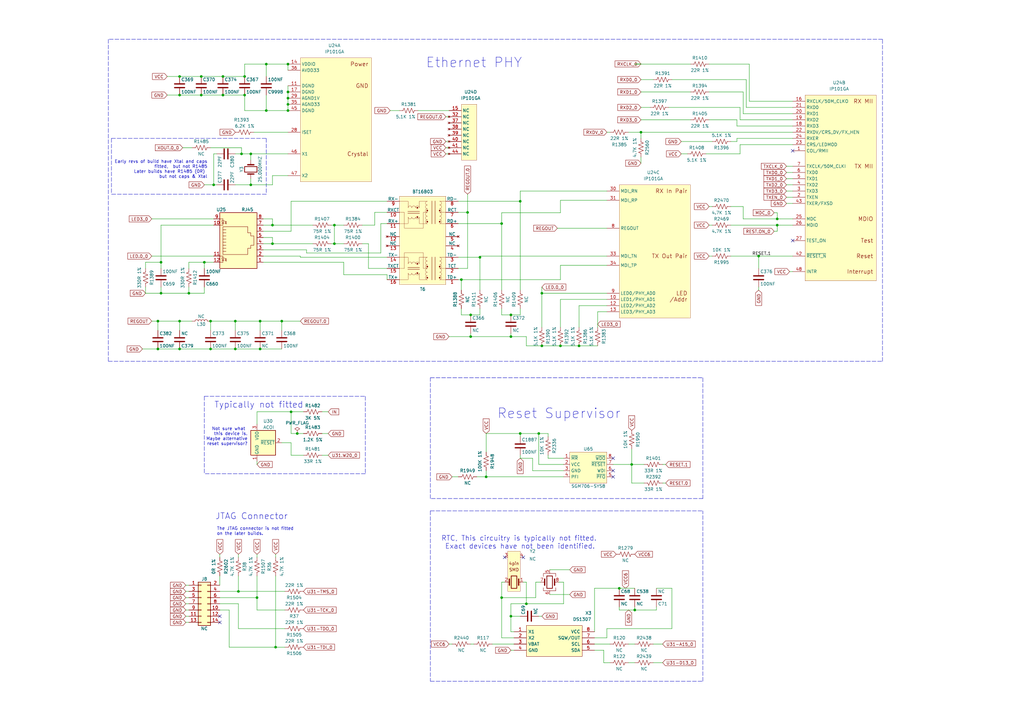
<source format=kicad_sch>
(kicad_sch (version 20210126) (generator eeschema)
  (paper "A3")
  (title_block (title "EBAZ4205 Schematic rebuild.") (date "2021-02-15") (rev "V004") (comment 1 "Some schematic symbols have been eeditted to clear DRC errors") (comment 2 "Extra PWR_FLAGS have been added to clear DRC errors") (comment 3 "Kicad does not allow refs like RxxxA some some devices have been renumbered"))
  (junction (at 64.77 131.699) (diameter 0.9144))
  (junction (at 64.77 143.129) (diameter 0.9144))
  (junction (at 66.04 107.569) (diameter 0.9144))
  (junction (at 66.04 120.269) (diameter 0.9144))
  (junction (at 73.66 31.369) (diameter 0.9144))
  (junction (at 73.66 38.989) (diameter 0.9144))
  (junction (at 73.66 131.699) (diameter 0.9144))
  (junction (at 73.66 143.129) (diameter 0.9144))
  (junction (at 77.47 120.269) (diameter 0.9144))
  (junction (at 82.55 31.369) (diameter 0.9144))
  (junction (at 82.55 38.989) (diameter 0.9144))
  (junction (at 83.82 107.569) (diameter 0.9144))
  (junction (at 86.36 131.699) (diameter 0.9144))
  (junction (at 86.36 143.129) (diameter 0.9144))
  (junction (at 87.63 75.819) (diameter 0.9144))
  (junction (at 91.44 31.369) (diameter 0.9144))
  (junction (at 91.44 38.989) (diameter 0.9144))
  (junction (at 96.52 131.699) (diameter 0.9144))
  (junction (at 96.52 143.129) (diameter 0.9144))
  (junction (at 97.79 242.57) (diameter 0.9144))
  (junction (at 99.06 63.119) (diameter 0.9144))
  (junction (at 100.33 31.369) (diameter 0.9144))
  (junction (at 100.33 38.989) (diameter 0.9144))
  (junction (at 102.87 63.119) (diameter 0.9144))
  (junction (at 102.87 75.819) (diameter 0.9144))
  (junction (at 105.41 245.11) (diameter 0.9144))
  (junction (at 106.68 131.699) (diameter 0.9144))
  (junction (at 106.68 143.129) (diameter 0.9144))
  (junction (at 109.22 26.289) (diameter 0.9144))
  (junction (at 109.22 45.339) (diameter 0.9144))
  (junction (at 111.76 92.329) (diameter 0.9144))
  (junction (at 111.76 99.949) (diameter 0.9144))
  (junction (at 113.03 265.43) (diameter 0.9144))
  (junction (at 115.57 131.699) (diameter 0.9144))
  (junction (at 118.11 26.289) (diameter 0.9144))
  (junction (at 118.11 37.719) (diameter 0.9144))
  (junction (at 118.11 40.259) (diameter 0.9144))
  (junction (at 118.11 42.799) (diameter 0.9144))
  (junction (at 118.11 45.339) (diameter 0.9144))
  (junction (at 119.38 168.91) (diameter 0.9144))
  (junction (at 121.92 177.8) (diameter 0.9144))
  (junction (at 137.16 92.329) (diameter 0.9144))
  (junction (at 137.16 99.949) (diameter 0.9144))
  (junction (at 189.23 114.681) (diameter 0.9144))
  (junction (at 191.77 87.122) (diameter 0.9144))
  (junction (at 193.04 129.159) (diameter 0.9144))
  (junction (at 193.04 138.049) (diameter 0.9144))
  (junction (at 196.85 105.537) (diameter 0.9144))
  (junction (at 199.39 195.58) (diameter 0.9144))
  (junction (at 205.74 91.694) (diameter 0.9144))
  (junction (at 205.74 245.11) (diameter 0.9144))
  (junction (at 209.55 129.159) (diameter 0.9144))
  (junction (at 209.55 138.049) (diameter 0.9144))
  (junction (at 209.55 252.73) (diameter 0.9144))
  (junction (at 213.36 82.55) (diameter 0.9144))
  (junction (at 213.36 177.8) (diameter 0.9144))
  (junction (at 215.9 247.65) (diameter 0.9144))
  (junction (at 220.98 177.8) (diameter 0.9144))
  (junction (at 222.25 120.269) (diameter 0.9144))
  (junction (at 222.25 141.859) (diameter 0.9144))
  (junction (at 229.87 141.859) (diameter 0.9144))
  (junction (at 237.49 141.859) (diameter 0.9144))
  (junction (at 254 241.3) (diameter 0.9144))
  (junction (at 259.08 190.5) (diameter 0.9144))
  (junction (at 260.35 250.19) (diameter 0.9144))
  (junction (at 262.89 54.229) (diameter 0.9144))
  (junction (at 311.15 105.029) (diameter 0.9144))
  (junction (at 318.77 89.789) (diameter 0.9144))
  (junction (at 318.77 92.329) (diameter 0.9144))
  (no_connect (at 90.17 252.73))
  (no_connect (at 90.17 255.27))
  (no_connect (at 207.01 228.6))
  (no_connect (at 214.63 228.6))
  (no_connect (at 251.46 187.96))
  (no_connect (at 251.46 193.04))
  (no_connect (at 251.46 195.58))
  (no_connect (at 325.12 61.849))
  (no_connect (at 325.12 98.679))
  (wire (pts (xy 58.42 143.129) (xy 64.77 143.129)))
  (wire (pts (xy 59.69 107.569) (xy 66.04 107.569)))
  (wire (pts (xy 59.69 110.109) (xy 59.69 107.569)))
  (wire (pts (xy 59.69 117.729) (xy 59.69 120.269)))
  (wire (pts (xy 59.69 120.269) (xy 66.04 120.269)))
  (wire (pts (xy 62.23 89.789) (xy 87.63 89.789)))
  (wire (pts (xy 62.23 105.029) (xy 87.63 105.029)))
  (wire (pts (xy 62.23 131.699) (xy 64.77 131.699)))
  (wire (pts (xy 64.77 131.699) (xy 64.77 135.509)))
  (wire (pts (xy 64.77 131.699) (xy 73.66 131.699)))
  (wire (pts (xy 64.77 143.129) (xy 73.66 143.129)))
  (wire (pts (xy 66.04 92.329) (xy 66.04 107.569)))
  (wire (pts (xy 66.04 107.569) (xy 66.04 110.109)))
  (wire (pts (xy 66.04 117.729) (xy 66.04 120.269)))
  (wire (pts (xy 66.04 120.269) (xy 77.47 120.269)))
  (wire (pts (xy 68.58 31.369) (xy 73.66 31.369)))
  (wire (pts (xy 73.66 38.989) (xy 68.58 38.989)))
  (wire (pts (xy 73.66 131.699) (xy 73.66 135.509)))
  (wire (pts (xy 73.66 131.699) (xy 78.74 131.699)))
  (wire (pts (xy 74.93 60.579) (xy 78.74 60.579)))
  (wire (pts (xy 76.2 240.03) (xy 77.47 240.03)))
  (wire (pts (xy 76.2 242.57) (xy 77.47 242.57)))
  (wire (pts (xy 76.2 245.11) (xy 77.47 245.11)))
  (wire (pts (xy 76.2 247.65) (xy 77.47 247.65)))
  (wire (pts (xy 76.2 250.19) (xy 77.47 250.19)))
  (wire (pts (xy 76.2 252.73) (xy 77.47 252.73)))
  (wire (pts (xy 76.2 255.27) (xy 77.47 255.27)))
  (wire (pts (xy 77.47 107.569) (xy 77.47 110.109)))
  (wire (pts (xy 77.47 117.729) (xy 77.47 120.269)))
  (wire (pts (xy 77.47 120.269) (xy 83.82 120.269)))
  (wire (pts (xy 82.55 31.369) (xy 73.66 31.369)))
  (wire (pts (xy 82.55 31.369) (xy 91.44 31.369)))
  (wire (pts (xy 82.55 38.989) (xy 73.66 38.989)))
  (wire (pts (xy 83.82 107.569) (xy 77.47 107.569)))
  (wire (pts (xy 83.82 107.569) (xy 83.82 110.109)))
  (wire (pts (xy 83.82 117.729) (xy 83.82 120.269)))
  (wire (pts (xy 86.36 60.579) (xy 99.06 60.579)))
  (wire (pts (xy 86.36 131.699) (xy 96.52 131.699)))
  (wire (pts (xy 86.36 135.509) (xy 86.36 131.699)))
  (wire (pts (xy 86.36 143.129) (xy 73.66 143.129)))
  (wire (pts (xy 87.63 63.119) (xy 87.63 75.819)))
  (wire (pts (xy 87.63 75.819) (xy 83.82 75.819)))
  (wire (pts (xy 87.63 75.819) (xy 88.9 75.819)))
  (wire (pts (xy 87.63 92.329) (xy 66.04 92.329)))
  (wire (pts (xy 87.63 107.569) (xy 83.82 107.569)))
  (wire (pts (xy 88.9 63.119) (xy 87.63 63.119)))
  (wire (pts (xy 90.17 227.33) (xy 90.17 228.6)))
  (wire (pts (xy 90.17 240.03) (xy 90.17 236.22)))
  (wire (pts (xy 90.17 242.57) (xy 97.79 242.57)))
  (wire (pts (xy 90.17 245.11) (xy 105.41 245.11)))
  (wire (pts (xy 90.17 247.65) (xy 97.79 247.65)))
  (wire (pts (xy 90.17 250.19) (xy 93.98 250.19)))
  (wire (pts (xy 91.44 38.989) (xy 82.55 38.989)))
  (wire (pts (xy 93.98 250.19) (xy 93.98 265.43)))
  (wire (pts (xy 93.98 265.43) (xy 113.03 265.43)))
  (wire (pts (xy 96.52 75.819) (xy 102.87 75.819)))
  (wire (pts (xy 96.52 131.699) (xy 106.68 131.699)))
  (wire (pts (xy 96.52 135.509) (xy 96.52 131.699)))
  (wire (pts (xy 96.52 143.129) (xy 86.36 143.129)))
  (wire (pts (xy 96.52 143.129) (xy 106.68 143.129)))
  (wire (pts (xy 97.79 227.33) (xy 97.79 228.6)))
  (wire (pts (xy 97.79 236.22) (xy 97.79 242.57)))
  (wire (pts (xy 97.79 242.57) (xy 116.84 242.57)))
  (wire (pts (xy 97.79 247.65) (xy 97.79 257.81)))
  (wire (pts (xy 97.79 257.81) (xy 116.84 257.81)))
  (wire (pts (xy 99.06 60.579) (xy 99.06 63.119)))
  (wire (pts (xy 99.06 63.119) (xy 96.52 63.119)))
  (wire (pts (xy 100.33 26.289) (xy 100.33 31.369)))
  (wire (pts (xy 100.33 26.289) (xy 109.22 26.289)))
  (wire (pts (xy 100.33 31.369) (xy 91.44 31.369)))
  (wire (pts (xy 100.33 38.989) (xy 91.44 38.989)))
  (wire (pts (xy 100.33 45.339) (xy 100.33 38.989)))
  (wire (pts (xy 100.33 45.339) (xy 109.22 45.339)))
  (wire (pts (xy 102.87 63.119) (xy 99.06 63.119)))
  (wire (pts (xy 102.87 63.119) (xy 102.87 65.659)))
  (wire (pts (xy 102.87 63.119) (xy 118.11 63.119)))
  (wire (pts (xy 102.87 73.279) (xy 102.87 75.819)))
  (wire (pts (xy 104.14 54.229) (xy 118.11 54.229)))
  (wire (pts (xy 105.41 168.91) (xy 105.41 173.99)))
  (wire (pts (xy 105.41 168.91) (xy 119.38 168.91)))
  (wire (pts (xy 105.41 189.23) (xy 105.41 190.5)))
  (wire (pts (xy 105.41 227.33) (xy 105.41 228.6)))
  (wire (pts (xy 105.41 236.22) (xy 105.41 245.11)))
  (wire (pts (xy 105.41 245.11) (xy 105.41 250.19)))
  (wire (pts (xy 106.68 131.699) (xy 115.57 131.699)))
  (wire (pts (xy 106.68 135.509) (xy 106.68 131.699)))
  (wire (pts (xy 106.68 143.129) (xy 115.57 143.129)))
  (wire (pts (xy 107.95 89.789) (xy 111.76 89.789)))
  (wire (pts (xy 107.95 92.329) (xy 111.76 92.329)))
  (wire (pts (xy 107.95 97.409) (xy 111.76 97.409)))
  (wire (pts (xy 107.95 99.949) (xy 111.76 99.949)))
  (wire (pts (xy 107.95 102.489) (xy 125.73 102.489)))
  (wire (pts (xy 107.95 105.029) (xy 123.19 105.029)))
  (wire (pts (xy 107.95 107.569) (xy 140.97 107.569)))
  (wire (pts (xy 109.22 26.289) (xy 109.22 31.369)))
  (wire (pts (xy 109.22 38.989) (xy 109.22 45.339)))
  (wire (pts (xy 109.22 45.339) (xy 118.11 45.339)))
  (wire (pts (xy 111.76 72.009) (xy 111.76 75.819)))
  (wire (pts (xy 111.76 75.819) (xy 102.87 75.819)))
  (wire (pts (xy 111.76 89.789) (xy 111.76 92.329)))
  (wire (pts (xy 111.76 92.329) (xy 128.27 92.329)))
  (wire (pts (xy 111.76 97.409) (xy 111.76 99.949)))
  (wire (pts (xy 111.76 99.949) (xy 128.27 99.949)))
  (wire (pts (xy 113.03 227.33) (xy 113.03 228.6)))
  (wire (pts (xy 113.03 236.22) (xy 113.03 265.43)))
  (wire (pts (xy 113.03 265.43) (xy 116.84 265.43)))
  (wire (pts (xy 115.57 131.699) (xy 115.57 135.509)))
  (wire (pts (xy 115.57 131.699) (xy 123.19 131.699)))
  (wire (pts (xy 116.84 250.19) (xy 105.41 250.19)))
  (wire (pts (xy 118.11 26.289) (xy 109.22 26.289)))
  (wire (pts (xy 118.11 26.289) (xy 118.11 28.829)))
  (wire (pts (xy 118.11 35.179) (xy 118.11 37.719)))
  (wire (pts (xy 118.11 40.259) (xy 118.11 37.719)))
  (wire (pts (xy 118.11 40.259) (xy 118.11 42.799)))
  (wire (pts (xy 118.11 42.799) (xy 118.11 45.339)))
  (wire (pts (xy 118.11 72.009) (xy 111.76 72.009)))
  (wire (pts (xy 119.38 82.55) (xy 119.38 94.869)))
  (wire (pts (xy 119.38 82.55) (xy 158.75 82.55)))
  (wire (pts (xy 119.38 94.869) (xy 107.95 94.869)))
  (wire (pts (xy 119.38 177.8) (xy 119.38 168.91)))
  (wire (pts (xy 119.38 181.61) (xy 115.57 181.61)))
  (wire (pts (xy 119.38 186.69) (xy 119.38 181.61)))
  (wire (pts (xy 121.92 177.8) (xy 119.38 177.8)))
  (wire (pts (xy 123.19 105.537) (xy 123.19 105.029)))
  (wire (pts (xy 123.19 105.537) (xy 158.75 105.537)))
  (wire (pts (xy 124.46 168.91) (xy 119.38 168.91)))
  (wire (pts (xy 124.46 177.8) (xy 121.92 177.8)))
  (wire (pts (xy 124.46 186.69) (xy 119.38 186.69)))
  (wire (pts (xy 125.73 102.489) (xy 125.73 103.759)))
  (wire (pts (xy 132.08 168.91) (xy 134.62 168.91)))
  (wire (pts (xy 132.08 177.8) (xy 134.62 177.8)))
  (wire (pts (xy 132.08 186.69) (xy 134.62 186.69)))
  (wire (pts (xy 135.89 92.329) (xy 137.16 92.329)))
  (wire (pts (xy 135.89 99.949) (xy 137.16 99.949)))
  (wire (pts (xy 137.16 92.329) (xy 137.16 99.949)))
  (wire (pts (xy 137.16 92.329) (xy 140.97 92.329)))
  (wire (pts (xy 137.16 99.949) (xy 140.97 99.949)))
  (wire (pts (xy 140.97 107.569) (xy 140.97 112.649)))
  (wire (pts (xy 140.97 112.649) (xy 158.75 112.649)))
  (wire (pts (xy 148.59 92.329) (xy 153.67 92.329)))
  (wire (pts (xy 148.59 99.949) (xy 151.13 99.949)))
  (wire (pts (xy 151.13 99.949) (xy 151.13 110.109)))
  (wire (pts (xy 151.13 110.109) (xy 158.75 110.109)))
  (wire (pts (xy 153.67 87.122) (xy 153.67 92.329)))
  (wire (pts (xy 156.21 91.694) (xy 156.21 103.759)))
  (wire (pts (xy 156.21 91.694) (xy 158.75 91.694)))
  (wire (pts (xy 156.21 103.759) (xy 125.73 103.759)))
  (wire (pts (xy 158.75 87.122) (xy 153.67 87.122)))
  (wire (pts (xy 158.75 112.649) (xy 158.75 114.681)))
  (wire (pts (xy 160.02 45.339) (xy 163.83 45.339)))
  (wire (pts (xy 171.45 45.339) (xy 184.15 45.339)))
  (wire (pts (xy 182.88 47.879) (xy 184.15 47.879)))
  (wire (pts (xy 182.88 58.039) (xy 184.15 58.039)))
  (wire (pts (xy 182.88 60.579) (xy 184.15 60.579)))
  (wire (pts (xy 182.88 63.119) (xy 184.15 63.119)))
  (wire (pts (xy 184.15 138.049) (xy 193.04 138.049)))
  (wire (pts (xy 184.15 264.16) (xy 185.42 264.16)))
  (wire (pts (xy 185.42 195.58) (xy 187.96 195.58)))
  (wire (pts (xy 187.96 82.55) (xy 213.36 82.55)))
  (wire (pts (xy 187.96 87.122) (xy 191.77 87.122)))
  (wire (pts (xy 187.96 91.694) (xy 205.74 91.694)))
  (wire (pts (xy 187.96 105.537) (xy 196.85 105.537)))
  (wire (pts (xy 187.96 110.109) (xy 191.77 110.109)))
  (wire (pts (xy 187.96 114.681) (xy 189.23 114.681)))
  (wire (pts (xy 189.23 114.681) (xy 189.23 118.999)))
  (wire (pts (xy 189.23 114.681) (xy 229.87 114.681)))
  (wire (pts (xy 189.23 126.619) (xy 189.23 129.159)))
  (wire (pts (xy 189.23 129.159) (xy 193.04 129.159)))
  (wire (pts (xy 191.77 79.629) (xy 191.77 87.122)))
  (wire (pts (xy 191.77 87.122) (xy 191.77 110.109)))
  (wire (pts (xy 193.04 129.159) (xy 196.85 129.159)))
  (wire (pts (xy 193.04 136.779) (xy 193.04 138.049)))
  (wire (pts (xy 193.04 138.049) (xy 209.55 138.049)))
  (wire (pts (xy 193.04 264.16) (xy 194.31 264.16)))
  (wire (pts (xy 195.58 195.58) (xy 199.39 195.58)))
  (wire (pts (xy 196.85 105.029) (xy 196.85 105.537)))
  (wire (pts (xy 196.85 105.537) (xy 196.85 118.999)))
  (wire (pts (xy 196.85 129.159) (xy 196.85 126.619)))
  (wire (pts (xy 199.39 177.8) (xy 213.36 177.8)))
  (wire (pts (xy 199.39 185.42) (xy 199.39 177.8)))
  (wire (pts (xy 199.39 193.04) (xy 199.39 195.58)))
  (wire (pts (xy 199.39 195.58) (xy 231.14 195.58)))
  (wire (pts (xy 201.93 264.16) (xy 210.82 264.16)))
  (wire (pts (xy 205.74 87.249) (xy 205.74 91.694)))
  (wire (pts (xy 205.74 87.249) (xy 229.87 87.249)))
  (wire (pts (xy 205.74 91.694) (xy 205.74 118.999)))
  (wire (pts (xy 205.74 126.619) (xy 205.74 129.159)))
  (wire (pts (xy 205.74 129.159) (xy 209.55 129.159)))
  (wire (pts (xy 205.74 238.76) (xy 205.74 245.11)))
  (wire (pts (xy 205.74 245.11) (xy 205.74 261.62)))
  (wire (pts (xy 205.74 245.11) (xy 219.71 245.11)))
  (wire (pts (xy 205.74 261.62) (xy 210.82 261.62)))
  (wire (pts (xy 207.01 238.76) (xy 205.74 238.76)))
  (wire (pts (xy 209.55 129.159) (xy 213.36 129.159)))
  (wire (pts (xy 209.55 136.779) (xy 209.55 138.049)))
  (wire (pts (xy 209.55 138.049) (xy 215.9 138.049)))
  (wire (pts (xy 209.55 247.65) (xy 209.55 252.73)))
  (wire (pts (xy 209.55 252.73) (xy 209.55 259.08)))
  (wire (pts (xy 209.55 252.73) (xy 213.36 252.73)))
  (wire (pts (xy 209.55 259.08) (xy 210.82 259.08)))
  (wire (pts (xy 209.55 266.7) (xy 210.82 266.7)))
  (wire (pts (xy 213.36 78.359) (xy 213.36 82.55)))
  (wire (pts (xy 213.36 82.55) (xy 213.36 118.999)))
  (wire (pts (xy 213.36 126.619) (xy 213.36 129.159)))
  (wire (pts (xy 213.36 177.8) (xy 220.98 177.8)))
  (wire (pts (xy 213.36 179.07) (xy 213.36 177.8)))
  (wire (pts (xy 213.36 186.69) (xy 213.36 187.96)))
  (wire (pts (xy 213.36 187.96) (xy 218.44 187.96)))
  (wire (pts (xy 214.63 238.76) (xy 215.9 238.76)))
  (wire (pts (xy 215.9 138.049) (xy 215.9 141.859)))
  (wire (pts (xy 215.9 141.859) (xy 222.25 141.859)))
  (wire (pts (xy 215.9 238.76) (xy 215.9 247.65)))
  (wire (pts (xy 215.9 247.65) (xy 209.55 247.65)))
  (wire (pts (xy 215.9 247.65) (xy 231.14 247.65)))
  (wire (pts (xy 218.44 187.96) (xy 218.44 193.04)))
  (wire (pts (xy 218.44 193.04) (xy 231.14 193.04)))
  (wire (pts (xy 219.71 238.76) (xy 221.615 238.76)))
  (wire (pts (xy 219.71 245.11) (xy 219.71 238.76)))
  (wire (pts (xy 220.98 177.8) (xy 224.79 177.8)))
  (wire (pts (xy 220.98 190.5) (xy 220.98 177.8)))
  (wire (pts (xy 220.98 252.73) (xy 222.25 252.73)))
  (wire (pts (xy 222.25 117.729) (xy 222.25 120.269)))
  (wire (pts (xy 222.25 120.269) (xy 222.25 134.239)))
  (wire (pts (xy 222.25 120.269) (xy 248.92 120.269)))
  (wire (pts (xy 222.25 141.859) (xy 229.87 141.859)))
  (wire (pts (xy 224.79 177.8) (xy 224.79 179.07)))
  (wire (pts (xy 224.79 186.69) (xy 224.79 187.96)))
  (wire (pts (xy 224.79 187.96) (xy 231.14 187.96)))
  (wire (pts (xy 225.425 233.68) (xy 233.68 233.68)))
  (wire (pts (xy 225.425 243.84) (xy 233.68 243.84)))
  (wire (pts (xy 228.6 93.599) (xy 248.92 93.599)))
  (wire (pts (xy 229.235 238.76) (xy 231.14 238.76)))
  (wire (pts (xy 229.87 82.169) (xy 229.87 87.249)))
  (wire (pts (xy 229.87 108.839) (xy 229.87 114.681)))
  (wire (pts (xy 229.87 122.809) (xy 229.87 134.239)))
  (wire (pts (xy 229.87 141.859) (xy 237.49 141.859)))
  (wire (pts (xy 231.14 190.5) (xy 220.98 190.5)))
  (wire (pts (xy 231.14 238.76) (xy 231.14 247.65)))
  (wire (pts (xy 237.49 125.349) (xy 237.49 134.239)))
  (wire (pts (xy 237.49 141.859) (xy 245.11 141.859)))
  (wire (pts (xy 243.84 241.3) (xy 254 241.3)))
  (wire (pts (xy 243.84 259.08) (xy 243.84 241.3)))
  (wire (pts (xy 243.84 261.62) (xy 248.92 261.62)))
  (wire (pts (xy 243.84 264.16) (xy 250.19 264.16)))
  (wire (pts (xy 243.84 266.7) (xy 247.65 266.7)))
  (wire (pts (xy 245.11 127.889) (xy 245.11 134.239)))
  (wire (pts (xy 247.65 266.7) (xy 247.65 271.81)))
  (wire (pts (xy 247.65 271.81) (xy 250.19 271.78)))
  (wire (pts (xy 248.92 54.229) (xy 250.19 54.229)))
  (wire (pts (xy 248.92 78.359) (xy 213.36 78.359)))
  (wire (pts (xy 248.92 82.169) (xy 229.87 82.169)))
  (wire (pts (xy 248.92 105.029) (xy 196.85 105.029)))
  (wire (pts (xy 248.92 108.839) (xy 229.87 108.839)))
  (wire (pts (xy 248.92 122.809) (xy 229.87 122.809)))
  (wire (pts (xy 248.92 125.349) (xy 237.49 125.349)))
  (wire (pts (xy 248.92 127.889) (xy 245.11 127.889)))
  (wire (pts (xy 248.92 257.81) (xy 275.59 257.81)))
  (wire (pts (xy 248.92 261.62) (xy 248.92 257.81)))
  (wire (pts (xy 251.46 190.5) (xy 259.08 190.5)))
  (wire (pts (xy 254 241.3) (xy 260.35 241.3)))
  (wire (pts (xy 254 248.92) (xy 254 250.19)))
  (wire (pts (xy 254 250.19) (xy 260.35 250.19)))
  (wire (pts (xy 257.81 54.229) (xy 262.89 54.229)))
  (wire (pts (xy 257.81 264.16) (xy 260.35 264.16)))
  (wire (pts (xy 257.81 271.78) (xy 260.35 271.78)))
  (wire (pts (xy 259.08 184.15) (xy 259.08 190.5)))
  (wire (pts (xy 259.08 190.5) (xy 259.08 198.12)))
  (wire (pts (xy 259.08 190.5) (xy 264.16 190.5)))
  (wire (pts (xy 260.35 26.289) (xy 262.89 26.229)))
  (wire (pts (xy 260.35 248.92) (xy 260.35 250.19)))
  (wire (pts (xy 260.35 250.19) (xy 269.24 250.19)))
  (wire (pts (xy 262.89 32.639) (xy 267.97 32.639)))
  (wire (pts (xy 262.89 37.719) (xy 283.21 37.719)))
  (wire (pts (xy 262.89 44.069) (xy 266.7 44.069)))
  (wire (pts (xy 262.89 49.149) (xy 283.21 49.149)))
  (wire (pts (xy 262.89 54.229) (xy 262.89 56.769)))
  (wire (pts (xy 262.89 54.229) (xy 325.12 54.229)))
  (wire (pts (xy 262.89 64.389) (xy 262.89 66.929)))
  (wire (pts (xy 264.16 198.12) (xy 259.08 198.12)))
  (wire (pts (xy 267.97 264.16) (xy 271.78 264.16)))
  (wire (pts (xy 267.97 271.78) (xy 271.78 271.78)))
  (wire (pts (xy 269.24 241.3) (xy 275.59 241.3)))
  (wire (pts (xy 269.24 248.92) (xy 269.24 250.19)))
  (wire (pts (xy 271.78 190.5) (xy 273.05 190.5)))
  (wire (pts (xy 271.78 198.12) (xy 273.05 198.12)))
  (wire (pts (xy 274.32 44.069) (xy 303.53 44.069)))
  (wire (pts (xy 275.59 32.639) (xy 306.07 32.639)))
  (wire (pts (xy 275.59 257.81) (xy 275.59 241.3)))
  (wire (pts (xy 279.4 58.039) (xy 292.1 58.039)))
  (wire (pts (xy 279.4 63.119) (xy 281.94 63.119)))
  (wire (pts (xy 283.21 26.289) (xy 260.35 26.289)))
  (wire (pts (xy 290.83 26.289) (xy 307.34 26.289)))
  (wire (pts (xy 290.83 37.719) (xy 304.8 37.719)))
  (wire (pts (xy 290.83 84.709) (xy 292.1 84.709)))
  (wire (pts (xy 290.83 92.329) (xy 292.1 92.329)))
  (wire (pts (xy 290.83 105.029) (xy 292.1 105.029)))
  (wire (pts (xy 299.72 58.039) (xy 302.26 58.039)))
  (wire (pts (xy 299.72 92.329) (xy 318.77 92.329)))
  (wire (pts (xy 299.72 105.029) (xy 311.15 105.029)))
  (wire (pts (xy 302.26 49.149) (xy 290.83 49.149)))
  (wire (pts (xy 302.26 51.689) (xy 302.26 49.149)))
  (wire (pts (xy 302.26 56.769) (xy 302.26 58.039)))
  (wire (pts (xy 303.53 49.149) (xy 303.53 44.069)))
  (wire (pts (xy 303.53 59.309) (xy 303.53 63.119)))
  (wire (pts (xy 303.53 63.119) (xy 289.56 63.119)))
  (wire (pts (xy 304.8 46.609) (xy 304.8 37.719)))
  (wire (pts (xy 304.8 84.709) (xy 299.72 84.709)))
  (wire (pts (xy 304.8 89.789) (xy 304.8 84.709)))
  (wire (pts (xy 306.07 44.069) (xy 306.07 32.639)))
  (wire (pts (xy 307.34 26.289) (xy 307.34 41.529)))
  (wire (pts (xy 307.34 41.529) (xy 325.12 41.529)))
  (wire (pts (xy 311.15 105.029) (xy 311.15 110.109)))
  (wire (pts (xy 311.15 105.029) (xy 325.12 105.029)))
  (wire (pts (xy 311.15 117.729) (xy 311.15 118.999)))
  (wire (pts (xy 317.5 87.249) (xy 318.77 87.249)))
  (wire (pts (xy 317.5 94.869) (xy 318.77 94.869)))
  (wire (pts (xy 318.77 87.249) (xy 318.77 89.789)))
  (wire (pts (xy 318.77 89.789) (xy 304.8 89.789)))
  (wire (pts (xy 318.77 92.329) (xy 325.12 92.329)))
  (wire (pts (xy 318.77 94.869) (xy 318.77 92.329)))
  (wire (pts (xy 322.58 68.199) (xy 325.12 68.199)))
  (wire (pts (xy 322.58 70.739) (xy 325.12 70.739)))
  (wire (pts (xy 322.58 73.279) (xy 325.12 73.279)))
  (wire (pts (xy 322.58 75.819) (xy 325.12 75.819)))
  (wire (pts (xy 322.58 78.359) (xy 325.12 78.359)))
  (wire (pts (xy 322.58 80.899) (xy 325.12 80.899)))
  (wire (pts (xy 322.58 83.439) (xy 325.12 83.439)))
  (wire (pts (xy 323.85 111.379) (xy 325.12 111.379)))
  (wire (pts (xy 325.12 44.069) (xy 306.07 44.069)))
  (wire (pts (xy 325.12 46.609) (xy 304.8 46.609)))
  (wire (pts (xy 325.12 49.149) (xy 303.53 49.149)))
  (wire (pts (xy 325.12 51.689) (xy 302.26 51.689)))
  (wire (pts (xy 325.12 56.769) (xy 302.26 56.769)))
  (wire (pts (xy 325.12 59.309) (xy 303.53 59.309)))
  (wire (pts (xy 325.12 89.789) (xy 318.77 89.789)))
  (polyline (pts (xy 44.45 16.129) (xy 44.45 148.209)) (stroke (width 0) (type dash)))
  (polyline (pts (xy 44.45 148.209) (xy 361.95 148.209)) (stroke (width 0) (type dash)))
  (polyline (pts (xy 45.72 56.769) (xy 45.72 79.629)) (stroke (width 0) (type dash)))
  (polyline (pts (xy 45.72 56.769) (xy 109.22 56.769)) (stroke (width 0) (type dash)))
  (polyline (pts (xy 83.82 162.56) (xy 83.82 194.31)) (stroke (width 0) (type dash)))
  (polyline (pts (xy 83.82 162.56) (xy 149.86 162.56)) (stroke (width 0) (type dash)))
  (polyline (pts (xy 109.22 56.769) (xy 109.22 79.629)) (stroke (width 0) (type dash)))
  (polyline (pts (xy 109.22 79.629) (xy 45.72 79.629)) (stroke (width 0) (type dash)))
  (polyline (pts (xy 149.86 162.56) (xy 149.86 194.31)) (stroke (width 0) (type dash)))
  (polyline (pts (xy 149.86 194.31) (xy 83.82 194.31)) (stroke (width 0) (type dash)))
  (polyline (pts (xy 176.53 154.94) (xy 288.29 154.94)) (stroke (width 0) (type dash)))
  (polyline (pts (xy 176.53 204.47) (xy 176.53 154.94)) (stroke (width 0) (type dash)))
  (polyline (pts (xy 176.53 209.55) (xy 176.53 279.4)) (stroke (width 0) (type dash)))
  (polyline (pts (xy 176.53 209.55) (xy 288.29 209.55)) (stroke (width 0) (type dash)))
  (polyline (pts (xy 176.53 279.4) (xy 288.29 279.4)) (stroke (width 0) (type dash)))
  (polyline (pts (xy 288.29 154.94) (xy 288.29 204.47)) (stroke (width 0) (type dash)))
  (polyline (pts (xy 288.29 204.47) (xy 176.53 204.47)) (stroke (width 0) (type dash)))
  (polyline (pts (xy 288.29 279.4) (xy 288.29 209.55)) (stroke (width 0) (type dash)))
  (polyline (pts (xy 361.95 16.129) (xy 44.45 16.129)) (stroke (width 0) (type dash)))
  (polyline (pts (xy 361.95 148.209) (xy 361.95 16.129)) (stroke (width 0) (type dash)))
  (text "Early revs of build have Xtal and caps\nfitted,  but not R1485\nLater builds have R1485 (0R) \nbut not caps & Xtal" (at 85.09 73.279 0) (effects (font (size 1.27 1.27)) (justify right bottom)))
  (text "The JTAG connector is not fitted\non the later builds.  " (at 88.9 219.71 0) (effects (font (size 1.27 1.27)) (justify left bottom)))
  (text "Not sure what \nthis device is.\nMaybe alternative\nreset supervisor?" (at 101.6 182.88 0) (effects (font (size 1.27 1.27)) (justify right bottom)))
  (text "JTAG Connector" (at 118.11 213.36 180) (effects (font (size 2.54 2.54)) (justify right bottom)))
  (text "Typically not fitted" (at 124.46 167.64 180) (effects (font (size 2.54 2.54)) (justify right bottom)))
  (text "Ethernet PHY" (at 174.625 28.164 0) (effects (font (size 4 4)) (justify left bottom)))
  (text "RTC, This circuitry is typically not fitted.\n Exact devices have not been identified." (at 180.975 225.395 0) (effects (font (size 2.032 2.032)) (justify left bottom)))
  (text "Reset Supervisor" (at 203.835 172.055 0) (effects (font (size 4 4)) (justify left bottom)))
  (label "RESET.1" (at 316.23 105.029 180))
  (global_label "GND" (shape input) (at 58.42 143.129 180) (property "Intersheet References" "${INTERSHEET_REFS}" (effects hide)))
  (global_label "GND" (shape input) (at 59.69 120.269 180) (property "Intersheet References" "${INTERSHEET_REFS}" (effects hide)))
  (global_label "LED3_0" (shape input) (at 62.23 89.789 180) (property "Intersheet References" "${INTERSHEET_REFS}" (effects hide)))
  (global_label "LED.0_0" (shape input) (at 62.23 105.029 180) (property "Intersheet References" "${INTERSHEET_REFS}" (effects hide)))
  (global_label "REGOUT" (shape input) (at 62.23 131.699 180) (property "Intersheet References" "${INTERSHEET_REFS}" (effects hide)))
  (global_label "VCC" (shape input) (at 68.58 31.369 180) (property "Intersheet References" "${INTERSHEET_REFS}" (effects hide)))
  (global_label "GND" (shape input) (at 68.58 38.989 180) (property "Intersheet References" "${INTERSHEET_REFS}" (effects hide)))
  (global_label "XOUT.0_0" (shape input) (at 74.93 60.579 180) (property "Intersheet References" "${INTERSHEET_REFS}" (effects hide)))
  (global_label "GND" (shape input) (at 76.2 240.03 180) (property "Intersheet References" "${INTERSHEET_REFS}" (effects hide)))
  (global_label "GND" (shape input) (at 76.2 242.57 180) (property "Intersheet References" "${INTERSHEET_REFS}" (effects hide)))
  (global_label "GND" (shape input) (at 76.2 245.11 180) (property "Intersheet References" "${INTERSHEET_REFS}" (effects hide)))
  (global_label "GND" (shape input) (at 76.2 247.65 180) (property "Intersheet References" "${INTERSHEET_REFS}" (effects hide)))
  (global_label "GND" (shape input) (at 76.2 250.19 180) (property "Intersheet References" "${INTERSHEET_REFS}" (effects hide)))
  (global_label "GND" (shape input) (at 76.2 252.73 180) (property "Intersheet References" "${INTERSHEET_REFS}" (effects hide)))
  (global_label "GND" (shape input) (at 76.2 255.27 180) (property "Intersheet References" "${INTERSHEET_REFS}" (effects hide)))
  (global_label "GND" (shape input) (at 83.82 75.819 180) (property "Intersheet References" "${INTERSHEET_REFS}" (effects hide)))
  (global_label "VCC" (shape input) (at 90.17 227.33 90) (property "Intersheet References" "${INTERSHEET_REFS}" (effects hide)))
  (global_label "GND" (shape input) (at 96.52 54.229 180) (property "Intersheet References" "${INTERSHEET_REFS}" (effects hide)))
  (global_label "VCC" (shape input) (at 97.79 227.33 90) (property "Intersheet References" "${INTERSHEET_REFS}" (effects hide)))
  (global_label "GND" (shape input) (at 105.41 190.5 0) (property "Intersheet References" "${INTERSHEET_REFS}" (effects hide)))
  (global_label "VCC" (shape input) (at 105.41 227.33 90) (property "Intersheet References" "${INTERSHEET_REFS}" (effects hide)))
  (global_label "VCC" (shape input) (at 113.03 227.33 90) (property "Intersheet References" "${INTERSHEET_REFS}" (effects hide)))
  (global_label "REGOUT.0" (shape input) (at 123.19 131.699 0) (property "Intersheet References" "${INTERSHEET_REFS}" (effects hide)))
  (global_label "U31-TMS_0" (shape input) (at 124.46 242.57 0) (property "Intersheet References" "${INTERSHEET_REFS}" (effects hide)))
  (global_label "U31-TCK_0" (shape input) (at 124.46 250.19 0) (property "Intersheet References" "${INTERSHEET_REFS}" (effects hide)))
  (global_label "U31-TDO_0" (shape input) (at 124.46 257.81 0) (property "Intersheet References" "${INTERSHEET_REFS}" (effects hide)))
  (global_label "U31-TDI_0" (shape input) (at 124.46 265.43 0) (property "Intersheet References" "${INTERSHEET_REFS}" (effects hide)))
  (global_label "IN" (shape input) (at 134.62 168.91 0) (property "Intersheet References" "${INTERSHEET_REFS}" (effects hide)))
  (global_label "GND" (shape input) (at 134.62 177.8 0) (property "Intersheet References" "${INTERSHEET_REFS}" (effects hide)))
  (global_label "U31.W20_0" (shape input) (at 134.62 186.69 0) (property "Intersheet References" "${INTERSHEET_REFS}" (effects hide)))
  (global_label "GND" (shape input) (at 160.02 45.339 180) (property "Intersheet References" "${INTERSHEET_REFS}" (effects hide)))
  (global_label "REGOUT.0" (shape input) (at 182.88 47.879 180) (property "Intersheet References" "${INTERSHEET_REFS}" (effects hide)))
  (global_label "GND" (shape input) (at 182.88 58.039 180) (property "Intersheet References" "${INTERSHEET_REFS}" (effects hide)))
  (global_label "VCC" (shape input) (at 182.88 60.579 180) (property "Intersheet References" "${INTERSHEET_REFS}" (effects hide)))
  (global_label "VCC" (shape input) (at 182.88 63.119 180) (property "Intersheet References" "${INTERSHEET_REFS}" (effects hide)))
  (global_label "GND" (shape input) (at 184.15 138.049 180) (property "Intersheet References" "${INTERSHEET_REFS}" (effects hide)))
  (global_label "VCC6" (shape input) (at 184.15 264.16 180) (property "Intersheet References" "${INTERSHEET_REFS}" (effects hide)))
  (global_label "GND" (shape input) (at 185.42 195.58 180) (property "Intersheet References" "${INTERSHEET_REFS}" (effects hide)))
  (global_label "REGOUT.0" (shape input) (at 191.77 79.629 90) (property "Intersheet References" "${INTERSHEET_REFS}" (effects hide)))
  (global_label "VCC" (shape input) (at 199.39 177.8 90) (property "Intersheet References" "${INTERSHEET_REFS}" (effects hide)))
  (global_label "GND" (shape input) (at 209.55 266.7 180) (property "Intersheet References" "${INTERSHEET_REFS}" (effects hide)))
  (global_label "GND" (shape input) (at 213.36 187.96 270) (property "Intersheet References" "${INTERSHEET_REFS}" (effects hide)))
  (global_label "LED.0_0" (shape input) (at 222.25 117.729 0) (property "Intersheet References" "${INTERSHEET_REFS}" (effects hide)))
  (global_label "GND" (shape input) (at 222.25 252.73 0) (property "Intersheet References" "${INTERSHEET_REFS}" (effects hide)))
  (global_label "REGOUT" (shape input) (at 228.6 93.599 180) (property "Intersheet References" "${INTERSHEET_REFS}" (effects hide)))
  (global_label "GND" (shape input) (at 233.68 233.68 0) (property "Intersheet References" "${INTERSHEET_REFS}" (effects hide)))
  (global_label "GND" (shape input) (at 233.68 243.84 0) (property "Intersheet References" "${INTERSHEET_REFS}" (effects hide)))
  (global_label "LED3_0" (shape input) (at 245.11 132.969 0) (property "Intersheet References" "${INTERSHEET_REFS}" (effects hide)))
  (global_label "RXDV_0" (shape input) (at 248.92 54.229 180) (property "Intersheet References" "${INTERSHEET_REFS}" (effects hide)))
  (global_label "VCC" (shape input) (at 252.73 227.33 180) (property "Intersheet References" "${INTERSHEET_REFS}" (effects hide)))
  (global_label "VCC6" (shape input) (at 256.54 241.3 90) (property "Intersheet References" "${INTERSHEET_REFS}" (effects hide)))
  (global_label "GND" (shape input) (at 257.81 250.19 270) (property "Intersheet References" "${INTERSHEET_REFS}" (effects hide)))
  (global_label "VCC" (shape input) (at 259.08 176.53 90) (property "Intersheet References" "${INTERSHEET_REFS}" (effects hide)))
  (global_label "VCC6" (shape input) (at 260.35 227.33 0) (property "Intersheet References" "${INTERSHEET_REFS}" (effects hide)))
  (global_label "RXCLK_0" (shape input) (at 262.89 26.229 180) (property "Intersheet References" "${INTERSHEET_REFS}" (effects hide)))
  (global_label "RXD0_0" (shape input) (at 262.89 32.639 180) (property "Intersheet References" "${INTERSHEET_REFS}" (effects hide)))
  (global_label "RXD1_0" (shape input) (at 262.89 37.719 180) (property "Intersheet References" "${INTERSHEET_REFS}" (effects hide)))
  (global_label "RXD2_0" (shape input) (at 262.89 44.069 180) (property "Intersheet References" "${INTERSHEET_REFS}" (effects hide)))
  (global_label "RXD3_0" (shape input) (at 262.89 49.149 180) (property "Intersheet References" "${INTERSHEET_REFS}" (effects hide)))
  (global_label "GND" (shape input) (at 262.89 66.929 180) (property "Intersheet References" "${INTERSHEET_REFS}" (effects hide)))
  (global_label "U31-A15_0" (shape input) (at 271.78 264.16 0) (property "Intersheet References" "${INTERSHEET_REFS}" (effects hide)))
  (global_label "U31-D13_0" (shape input) (at 271.78 271.78 0) (property "Intersheet References" "${INTERSHEET_REFS}" (effects hide)))
  (global_label "RESET.1" (shape input) (at 273.05 190.5 0) (property "Intersheet References" "${INTERSHEET_REFS}" (effects hide)))
  (global_label "RESET.0" (shape input) (at 273.05 198.12 0) (property "Intersheet References" "${INTERSHEET_REFS}" (effects hide)))
  (global_label "GND" (shape input) (at 279.4 58.039 180) (property "Intersheet References" "${INTERSHEET_REFS}" (effects hide)))
  (global_label "VCC" (shape input) (at 279.4 63.119 180) (property "Intersheet References" "${INTERSHEET_REFS}" (effects hide)))
  (global_label "VCC" (shape input) (at 290.83 84.709 180) (property "Intersheet References" "${INTERSHEET_REFS}" (effects hide)))
  (global_label "VCC" (shape input) (at 290.83 92.329 180) (property "Intersheet References" "${INTERSHEET_REFS}" (effects hide)))
  (global_label "VCC" (shape input) (at 290.83 105.029 180) (property "Intersheet References" "${INTERSHEET_REFS}" (effects hide)))
  (global_label "GND" (shape input) (at 311.15 118.999 270) (property "Intersheet References" "${INTERSHEET_REFS}" (effects hide)))
  (global_label "MDC_0" (shape input) (at 317.5 87.249 180) (property "Intersheet References" "${INTERSHEET_REFS}" (effects hide)))
  (global_label "REST.ON_0" (shape input) (at 317.5 94.869 180) (property "Intersheet References" "${INTERSHEET_REFS}" (effects hide)))
  (global_label "TXCLK_0" (shape input) (at 322.58 68.199 180) (property "Intersheet References" "${INTERSHEET_REFS}" (effects hide)))
  (global_label "TXD0_0" (shape input) (at 322.58 70.739 180) (property "Intersheet References" "${INTERSHEET_REFS}" (effects hide)))
  (global_label "TXD1_0" (shape input) (at 322.58 73.279 180) (property "Intersheet References" "${INTERSHEET_REFS}" (effects hide)))
  (global_label "TXD2_0" (shape input) (at 322.58 75.819 180) (property "Intersheet References" "${INTERSHEET_REFS}" (effects hide)))
  (global_label "TXD3_0" (shape input) (at 322.58 78.359 180) (property "Intersheet References" "${INTERSHEET_REFS}" (effects hide)))
  (global_label "TXEN_0" (shape input) (at 322.58 80.899 180) (property "Intersheet References" "${INTERSHEET_REFS}" (effects hide)))
  (global_label "GND" (shape input) (at 322.58 83.439 180) (property "Intersheet References" "${INTERSHEET_REFS}" (effects hide)))
  (global_label "VCC" (shape input) (at 323.85 111.379 180) (property "Intersheet References" "${INTERSHEET_REFS}" (effects hide)))
  (symbol (lib_id "power:PWR_FLAG") (at 121.92 177.8 0) (unit 1)
    (property "Reference" "#FLG0103" (effects hide))
    (property "Value" "PWR_FLAG" (at 121.92 173.4756 0))
  )
  (symbol (lib_id "Device:L") (at 82.55 131.699 270) (mirror x) (unit 1)
    (property "Reference" "L30" (at 82.55 132.969 90))
    (property "Value" "NC" (at 82.55 129.794 90))
  )
  (symbol (lib_id "Device:R_US") (at 59.69 113.919 0) (mirror x) (unit 1)
    (property "Reference" "R1389" (at 62.23 113.919 90))
    (property "Value" "330R 1%" (at 57.15 113.919 90))
  )
  (symbol (lib_id "Device:R_US") (at 77.47 113.919 0) (mirror x) (unit 1)
    (property "Reference" "R1412" (at 80.01 113.919 90))
    (property "Value" "330R 1%" (at 74.93 113.919 90))
  )
  (symbol (lib_id "Device:R_US") (at 82.55 60.579 90) (unit 1)
    (property "Reference" "R1485" (at 82.55 58.039 90))
    (property "Value" "NC" (at 82.55 63.119 90))
  )
  (symbol (lib_id "Device:R_US") (at 90.17 232.41 0) (unit 1)
    (property "Reference" "R2602" (at 92.71 232.41 90))
    (property "Value" "0R 1%" (at 87.63 232.41 90))
  )
  (symbol (lib_id "Device:R_US") (at 97.79 232.41 0) (mirror x) (unit 1)
    (property "Reference" "R38" (at 100.33 232.41 90))
    (property "Value" "4.7K 1%" (at 95.25 232.41 90))
  )
  (symbol (lib_id "Device:R_US") (at 100.33 54.229 270) (unit 1)
    (property "Reference" "R1393" (at 99.06 49.149 90))
    (property "Value" "6.2K 1%" (at 100.33 51.689 90))
  )
  (symbol (lib_id "Device:R_US") (at 105.41 232.41 0) (mirror x) (unit 1)
    (property "Reference" "R1507" (at 107.95 232.41 90))
    (property "Value" "4.7K 1%" (at 102.87 232.41 90))
  )
  (symbol (lib_id "Device:R_US") (at 113.03 232.41 180) (unit 1)
    (property "Reference" "R36" (at 110.49 232.41 90))
    (property "Value" "4.7K 1%" (at 115.57 232.41 90))
  )
  (symbol (lib_id "Device:R_US") (at 120.65 242.57 270) (unit 1)
    (property "Reference" "R1504" (at 120.65 245.11 90))
    (property "Value" "22R 1%" (at 120.65 240.03 90))
  )
  (symbol (lib_id "Device:R_US") (at 120.65 250.19 270) (unit 1)
    (property "Reference" "R37" (at 120.65 252.73 90))
    (property "Value" "22R 1%" (at 120.65 247.65 90))
  )
  (symbol (lib_id "Device:R_US") (at 120.65 257.81 270) (unit 1)
    (property "Reference" "R1505" (at 120.65 260.35 90))
    (property "Value" "22R 1%" (at 120.65 255.27 90))
  )
  (symbol (lib_id "Device:R_US") (at 120.65 265.43 270) (unit 1)
    (property "Reference" "R1506" (at 120.65 267.97 90))
    (property "Value" "22R 1%" (at 120.65 262.89 90))
  )
  (symbol (lib_id "Device:R_US") (at 128.27 168.91 90) (unit 1)
    (property "Reference" "R1482" (at 128.27 166.37 90))
    (property "Value" "3K 5%" (at 128.27 171.45 90))
  )
  (symbol (lib_id "Device:R_US") (at 128.27 177.8 90) (unit 1)
    (property "Reference" "R1483" (at 128.27 175.26 90))
    (property "Value" "1.2K 5%" (at 128.27 180.34 90))
  )
  (symbol (lib_id "Device:R_US") (at 128.27 186.69 90) (unit 1)
    (property "Reference" "R1481" (at 128.27 184.15 90))
    (property "Value" "33R 1%" (at 128.27 189.23 90))
  )
  (symbol (lib_id "Device:R_US") (at 132.08 92.329 270) (mirror x) (unit 1)
    (property "Reference" "R1407" (at 132.08 89.789 90))
    (property "Value" "75R 1%" (at 132.08 94.869 90))
  )
  (symbol (lib_id "Device:R_US") (at 132.08 99.949 270) (mirror x) (unit 1)
    (property "Reference" "R1404" (at 132.08 97.409 90))
    (property "Value" "75R 1%" (at 132.08 102.489 90))
  )
  (symbol (lib_id "Device:R_US") (at 144.78 92.329 90) (unit 1)
    (property "Reference" "R1384" (at 144.78 89.789 90))
    (property "Value" "75R 1%" (at 144.78 94.869 90))
  )
  (symbol (lib_id "Device:R_US") (at 144.78 99.949 90) (unit 1)
    (property "Reference" "R1400" (at 144.78 97.409 90))
    (property "Value" "75R 1%" (at 144.78 102.489 90))
  )
  (symbol (lib_id "Device:R_US") (at 167.64 45.339 90) (unit 1)
    (property "Reference" "R1381" (at 167.64 42.799 90))
    (property "Value" "5.1K 1%" (at 166.37 47.879 90))
  )
  (symbol (lib_id "Device:R_US") (at 189.23 122.809 180) (unit 1)
    (property "Reference" "R1388" (at 186.69 122.809 90))
    (property "Value" "NC" (at 191.77 122.809 90))
  )
  (symbol (lib_id "Device:R_US") (at 189.23 264.16 270) (mirror x) (unit 1)
    (property "Reference" "R2440" (at 189.23 261.62 90))
    (property "Value" "NC" (at 189.23 266.7 90))
  )
  (symbol (lib_id "Device:R_US") (at 191.77 195.58 90) (unit 1)
    (property "Reference" "R1949" (at 191.77 193.04 90))
    (property "Value" "NC" (at 191.77 198.12 90))
  )
  (symbol (lib_id "Device:R_US") (at 196.85 122.809 180) (unit 1)
    (property "Reference" "R1411" (at 194.31 122.809 90))
    (property "Value" "NC" (at 199.39 122.809 90))
  )
  (symbol (lib_id "Device:R_US") (at 198.12 264.16 90) (unit 1)
    (property "Reference" "R117" (at 198.12 261.62 90))
    (property "Value" "NC" (at 198.12 266.7 90))
  )
  (symbol (lib_id "Device:R_US") (at 199.39 189.23 0) (unit 1)
    (property "Reference" "R1948" (at 201.93 189.23 90))
    (property "Value" "100K 1%" (at 196.85 189.23 90))
  )
  (symbol (lib_id "Device:R_US") (at 205.74 122.809 180) (unit 1)
    (property "Reference" "R1406" (at 203.2 122.809 90))
    (property "Value" "NC" (at 208.28 122.809 90))
  )
  (symbol (lib_id "Device:R_US") (at 213.36 122.809 180) (unit 1)
    (property "Reference" "R1409" (at 210.82 122.809 90))
    (property "Value" "NC" (at 215.9 122.809 90))
  )
  (symbol (lib_id "Device:R_US") (at 222.25 138.049 0) (mirror x) (unit 1)
    (property "Reference" "R1390" (at 224.79 138.049 90))
    (property "Value" "5.1K 1%" (at 219.71 138.049 90))
  )
  (symbol (lib_id "Device:R_US") (at 224.79 182.88 0) (mirror x) (unit 1)
    (property "Reference" "R2336" (at 227.33 182.88 90))
    (property "Value" "10K 1%" (at 222.25 182.88 90))
  )
  (symbol (lib_id "Device:R_US") (at 229.87 138.049 0) (mirror x) (unit 1)
    (property "Reference" "R1392" (at 232.41 138.049 90))
    (property "Value" "5.1K 1%" (at 227.33 138.049 90))
  )
  (symbol (lib_id "Device:R_US") (at 237.49 138.049 0) (mirror x) (unit 1)
    (property "Reference" "R1386" (at 240.03 138.049 90))
    (property "Value" "5.1K 1%" (at 234.95 138.049 90))
  )
  (symbol (lib_id "Device:R_US") (at 245.11 138.049 0) (mirror x) (unit 1)
    (property "Reference" "R1383" (at 247.65 138.049 90))
    (property "Value" "5.1K 1%" (at 242.57 138.049 90))
  )
  (symbol (lib_id "Device:R_US") (at 254 54.229 90) (unit 1)
    (property "Reference" "R1385" (at 254 59.309 90))
    (property "Value" "22R 1%" (at 254 56.769 90))
  )
  (symbol (lib_id "Device:R_US") (at 254 264.16 90) (unit 1)
    (property "Reference" "R120" (at 254 261.62 90))
    (property "Value" "NC" (at 254 266.7 90))
  )
  (symbol (lib_id "Device:R_US") (at 254 271.78 90) (unit 1)
    (property "Reference" "R122" (at 254 269.24 90))
    (property "Value" "NC" (at 254 274.32 90))
  )
  (symbol (lib_id "Device:R_US") (at 256.54 227.33 90) (unit 1)
    (property "Reference" "R1279" (at 256.54 224.79 90))
    (property "Value" "NC" (at 256.54 229.87 90))
  )
  (symbol (lib_id "Device:R_US") (at 259.08 180.34 0) (unit 1)
    (property "Reference" "R1950" (at 261.62 180.34 90))
    (property "Value" "10K 1%" (at 256.54 180.34 90))
  )
  (symbol (lib_id "Device:R_US") (at 262.89 60.579 0) (unit 1)
    (property "Reference" "R2560" (at 265.43 60.579 90))
    (property "Value" "4.7K 1%" (at 260.35 60.579 90))
  )
  (symbol (lib_id "Device:R_US") (at 264.16 264.16 90) (unit 1)
    (property "Reference" "R2438" (at 264.16 261.62 90))
    (property "Value" "NC" (at 264.16 266.7 90))
  )
  (symbol (lib_id "Device:R_US") (at 264.16 271.78 90) (unit 1)
    (property "Reference" "R2439" (at 264.16 269.24 90))
    (property "Value" "NC" (at 264.16 274.32 90))
  )
  (symbol (lib_id "Device:R_US") (at 267.97 190.5 270) (mirror x) (unit 1)
    (property "Reference" "R1401" (at 267.97 187.96 90))
    (property "Value" "33R 1%" (at 267.97 193.04 90))
  )
  (symbol (lib_id "Device:R_US") (at 267.97 198.12 270) (mirror x) (unit 1)
    (property "Reference" "R2392" (at 267.97 195.58 90))
    (property "Value" "33R 1%" (at 267.97 200.66 90))
  )
  (symbol (lib_id "Device:R_US") (at 270.51 44.069 90) (unit 1)
    (property "Reference" "R1397" (at 270.51 41.529 90))
    (property "Value" "22R 1%" (at 270.51 46.609 90))
  )
  (symbol (lib_id "Device:R_US") (at 271.78 32.639 90) (unit 1)
    (property "Reference" "R1391" (at 271.78 30.099 90))
    (property "Value" "22R 1%" (at 271.78 35.179 90))
  )
  (symbol (lib_id "Device:R_US") (at 285.75 63.119 90) (unit 1)
    (property "Reference" "R1408" (at 285.75 60.579 90))
    (property "Value" "5.1K 1%" (at 285.75 65.659 90))
  )
  (symbol (lib_id "Device:R_US") (at 287.02 26.289 90) (unit 1)
    (property "Reference" "R1410" (at 287.02 23.749 90))
    (property "Value" "22R 1%" (at 287.02 28.829 90))
  )
  (symbol (lib_id "Device:R_US") (at 287.02 37.719 90) (unit 1)
    (property "Reference" "R1394" (at 287.02 35.179 90))
    (property "Value" "22R 1%" (at 287.02 40.259 90))
  )
  (symbol (lib_id "Device:R_US") (at 287.02 49.149 90) (unit 1)
    (property "Reference" "R1405" (at 287.02 46.609 90))
    (property "Value" "22R 1%" (at 287.02 51.689 90))
  )
  (symbol (lib_id "Device:R_US") (at 295.91 58.039 270) (unit 1)
    (property "Reference" "R1396" (at 295.91 60.579 90))
    (property "Value" "5.1K 1%" (at 295.91 55.499 90))
  )
  (symbol (lib_id "Device:R_US") (at 295.91 84.709 90) (unit 1)
    (property "Reference" "R2470" (at 295.91 82.169 90))
    (property "Value" "4.7K 1%" (at 295.91 87.249 90))
  )
  (symbol (lib_id "Device:R_US") (at 295.91 92.329 90) (unit 1)
    (property "Reference" "R2469" (at 295.91 89.789 90))
    (property "Value" "4.7K 1%" (at 295.91 94.869 90))
  )
  (symbol (lib_id "Device:R_US") (at 295.91 105.029 270) (unit 1)
    (property "Reference" "R1995" (at 295.91 107.569 90))
    (property "Value" "10K 1%" (at 295.91 102.489 90))
  )
  (symbol (lib_id "Device:C") (at 64.77 139.319 0) (unit 1)
    (property "Reference" "C382" (at 65.405 136.779 0) (effects (justify left)))
    (property "Value" "100NF" (at 65.405 141.859 0) (effects (justify left)))
  )
  (symbol (lib_id "Device:C") (at 66.04 113.919 0) (mirror x) (unit 1)
    (property "Reference" "C659" (at 66.675 116.459 0) (effects (justify left)))
    (property "Value" "100NF" (at 66.675 111.379 0) (effects (justify left)))
  )
  (symbol (lib_id "Device:C") (at 73.66 35.179 0) (unit 1)
    (property "Reference" "C369" (at 74.295 32.639 0) (effects (justify left)))
    (property "Value" "100NF" (at 74.295 37.719 0) (effects (justify left)))
  )
  (symbol (lib_id "Device:C") (at 73.66 139.319 0) (mirror x) (unit 1)
    (property "Reference" "C379" (at 74.295 141.859 0) (effects (justify left)))
    (property "Value" "NC" (at 74.295 136.779 0) (effects (justify left)))
  )
  (symbol (lib_id "Device:C") (at 82.55 35.179 0) (unit 1)
    (property "Reference" "C370" (at 83.185 32.639 0) (effects (justify left)))
    (property "Value" "100NF" (at 83.185 37.719 0) (effects (justify left)))
  )
  (symbol (lib_id "Device:C") (at 83.82 113.919 0) (mirror x) (unit 1)
    (property "Reference" "C660" (at 84.455 116.459 0) (effects (justify left)))
    (property "Value" "100NF" (at 84.455 111.379 0) (effects (justify left)))
  )
  (symbol (lib_id "Device:C") (at 86.36 139.319 0) (unit 1)
    (property "Reference" "C373" (at 86.995 136.779 0) (effects (justify left)))
    (property "Value" "100NF" (at 86.995 141.859 0) (effects (justify left)))
  )
  (symbol (lib_id "Device:C") (at 91.44 35.179 0) (unit 1)
    (property "Reference" "C374" (at 92.075 32.639 0) (effects (justify left)))
    (property "Value" "100NF" (at 92.075 37.719 0) (effects (justify left)))
  )
  (symbol (lib_id "Device:C") (at 92.71 63.119 270) (unit 1)
    (property "Reference" "C380" (at 95.25 63.754 0) (effects (justify left)))
    (property "Value" "22PF" (at 90.17 63.754 0) (effects (justify left)))
  )
  (symbol (lib_id "Device:C") (at 92.71 75.819 90) (unit 1)
    (property "Reference" "C377" (at 90.17 75.184 0) (effects (justify left)))
    (property "Value" "22PF" (at 95.25 75.184 0) (effects (justify left)))
  )
  (symbol (lib_id "Device:C") (at 96.52 139.319 0) (unit 1)
    (property "Reference" "C375" (at 97.155 136.779 0) (effects (justify left)))
    (property "Value" "100NF" (at 97.155 141.859 0) (effects (justify left)))
  )
  (symbol (lib_id "Device:C") (at 100.33 35.179 0) (unit 1)
    (property "Reference" "C367" (at 100.965 32.639 0) (effects (justify left)))
    (property "Value" "100NF" (at 100.965 37.719 0) (effects (justify left)))
  )
  (symbol (lib_id "Device:C") (at 106.68 139.319 0) (unit 1)
    (property "Reference" "C371" (at 107.315 136.779 0) (effects (justify left)))
    (property "Value" "NC" (at 107.315 141.859 0) (effects (justify left)))
  )
  (symbol (lib_id "Device:C") (at 109.22 35.179 0) (mirror x) (unit 1)
    (property "Reference" "C9998" (at 109.855 37.719 0) (effects (justify left)))
    (property "Value" "100NF" (at 109.855 32.639 0) (effects (justify left)))
  )
  (symbol (lib_id "Device:C") (at 115.57 139.319 0) (unit 1)
    (property "Reference" "C368" (at 116.205 136.779 0) (effects (justify left)))
    (property "Value" "100NF" (at 116.205 141.859 0) (effects (justify left)))
  )
  (symbol (lib_id "Device:C") (at 193.04 132.969 0) (unit 1)
    (property "Reference" "C366" (at 193.675 130.429 0) (effects (justify left)))
    (property "Value" "NC" (at 193.675 135.509 0) (effects (justify left)))
  )
  (symbol (lib_id "Device:C") (at 209.55 132.969 0) (unit 1)
    (property "Reference" "C372" (at 210.185 130.429 0) (effects (justify left)))
    (property "Value" "NC" (at 210.185 135.509 0) (effects (justify left)))
  )
  (symbol (lib_id "Device:C") (at 213.36 182.88 0) (unit 1)
    (property "Reference" "C1887" (at 213.995 180.34 0) (effects (justify left)))
    (property "Value" "100NF" (at 213.995 185.42 0) (effects (justify left)))
  )
  (symbol (lib_id "Device:C") (at 217.17 252.73 90) (unit 1)
    (property "Reference" "C69" (at 214.63 252.095 0) (effects (justify left)))
    (property "Value" "NC" (at 219.71 252.095 0) (effects (justify left)))
  )
  (symbol (lib_id "Device:C") (at 254 245.11 0) (unit 1)
    (property "Reference" "C68" (at 254.635 242.57 0) (effects (justify left)))
    (property "Value" "NC" (at 254.635 247.65 0) (effects (justify left)))
  )
  (symbol (lib_id "Device:C") (at 260.35 245.11 0) (unit 1)
    (property "Reference" "C538" (at 260.985 242.57 0) (effects (justify left)))
    (property "Value" "NC" (at 260.985 247.65 0) (effects (justify left)))
  )
  (symbol (lib_id "Device:C") (at 269.24 245.11 0) (mirror x) (unit 1)
    (property "Reference" "C71" (at 269.875 247.65 0) (effects (justify left)))
    (property "Value" "NC" (at 269.875 242.57 0) (effects (justify left)))
  )
  (symbol (lib_id "Device:C") (at 311.15 113.919 0) (unit 1)
    (property "Reference" "C376" (at 311.785 111.379 0) (effects (justify left)))
    (property "Value" "100NF" (at 311.785 116.459 0) (effects (justify left)))
  )
  (symbol (lib_id "Device:Crystal") (at 102.87 69.469 90) (unit 1)
    (property "Reference" "Y3" (at 99.06 69.469 0))
    (property "Value" "25.000MHZ" (at 106.68 69.469 0))
  )
  (symbol (lib_id "ebaz4205:TPS3839DBZ") (at 105.41 181.61 0) (unit 1)
    (property "Reference" "U30" (at 107.95 172.72 0) (effects (justify left)))
    (property "Value" "ACOI" (at 107.95 175.26 0) (effects (justify left)))
    (property "Datasheet" "http://www.ti.com/lit/ds/sbvs193d/sbvs193d.pdf" (effects hide))
  )
  (symbol (lib_id "Connector_Generic:Conn_02x07_Odd_Even") (at 82.55 247.65 0) (unit 1)
    (property "Reference" "J8" (at 83.82 237.49 0))
    (property "Value" "NC" (at 83.82 257.81 0))
  )
  (symbol (lib_id "ebaz4205:SGM706") (at 241.3 193.04 0) (unit 1)
    (property "Reference" "U65" (at 241.3 184.15 0))
    (property "Value" "SGM706-SYS8" (at 241.3 199.39 0))
  )
  (symbol (lib_name "ebaz4205:IP101GA_2") (lib_id "ebaz4205:IP101GA") (at 193.04 79.629 0) (unit 4)
    (property "Reference" "U24" (at 193.04 37.719 0))
    (property "Value" "IP101GA" (at 193.04 40.259 0))
  )
  (symbol (lib_id "ebaz4205:RTC_XTAL") (at 218.44 245.11 0) (unit 1)
    (property "Reference" "Y2" (at 218.44 226.06 0))
    (property "Value" "NC" (at 218.44 229.235 0))
  )
  (symbol (lib_id "ebaz4205:DS1307Z+") (at 210.82 259.08 0) (unit 1)
    (property "Reference" "X3" (at 240.03 251.46 0) (effects (justify left)))
    (property "Value" "DS1307" (at 234.95 254 0) (effects (justify left)))
    (property "Datasheet" "http://datasheets.maximintegrated.com/en/ds/DS1307.pdf" (effects hide))
    (property "Description" "DS1307Z+, Real Time Clock, Alarm, Calendar, Clock, 56B RAM, I2C, 5V, 8-Pin SOIC" (effects hide))
    (property "Height" "1.75" (effects hide))
    (property "Manufacturer_Name" "Maxim Integrated" (effects hide))
    (property "Manufacturer_Part_Number" "DS1307Z+" (effects hide))
    (property "Mouser Part Number" "700-DS1307Z" (effects hide))
    (property "Mouser Price/Stock" "https://www.mouser.co.uk/ProductDetail/Maxim-Integrated/DS1307Z%2b/?qs=0Y9aZN%252BMVCUvNDMAh9aCtw%3D%3D" (effects hide))
  )
  (symbol (lib_id "ebaz4205:8P8C_LED") (at 97.79 99.949 0) (unit 1)
    (property "Reference" "U25" (at 92.71 85.979 0) (effects (justify right)))
    (property "Value" "RJ45" (at 99.06 85.979 0) (effects (justify left)))
  )
  (symbol (lib_id "ebaz4205:HST-0041SAR") (at 173.355 98.933 180) (unit 1)
    (property "Reference" "T6" (at 173.355 118.618 0))
    (property "Value" "BT16B03" (at 173.355 78.613 0))
  )
  (symbol (lib_name "ebaz4205:IP101GA_1") (lib_id "ebaz4205:IP101GA") (at 137.16 60.579 0) (unit 1)
    (property "Reference" "U24" (at 137.16 18.669 0))
    (property "Value" "IP101GA" (at 137.16 21.209 0))
  )
  (symbol (lib_id "ebaz4205:IP101GA") (at 267.97 112.649 0) (unit 3)
    (property "Reference" "U24" (at 267.97 70.739 0))
    (property "Value" "IP101GA" (at 267.97 73.279 0))
  )
  (symbol (lib_id "ebaz4205:IP101GA") (at 344.17 75.819 0) (unit 2)
    (property "Reference" "U24" (at 344.17 33.909 0))
    (property "Value" "IP101GA" (at 344.17 36.449 0))
  )
)
</source>
